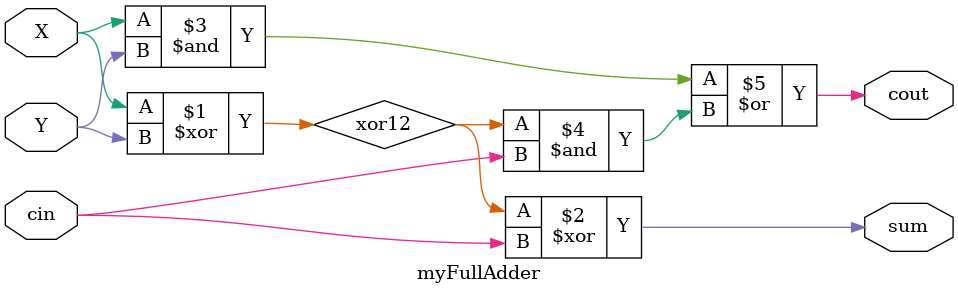
<source format=sv>
module myFullAdder(X, Y, cin, sum, cout);
    input X, Y, cin;
    output sum, cout;
    wire xor12;

    assign xor12 = X ^ Y;
    assign sum = xor12 ^ cin;
    assign cout = (X & Y) | (xor12 & cin);
endmodule
</source>
